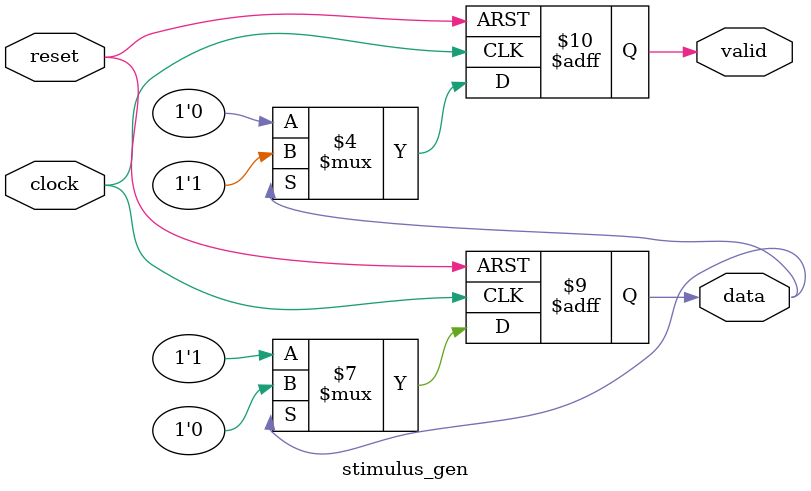
<source format=sv>
module top_module(
	input wire clock,
	input wire reset,
	output wire data_output,
	output wire valid_output
	);
	
	reg [1:0] state;
	reg [3:0] counter;
	
	// Internal signals
	wire data;
	
	// Stimulus Generator Module
	stimulus_gen stimulus_gen_inst(
		.clock(clock),
		.reset(reset),
		.data(data),
		.valid(valid_output)
	);
	
	always @(posedge clock or posedge reset) begin
		if (reset)
			state <= 2'b00; // idle state
		else begin
			case (state)
				2'b00: begin // idle state
					counter <= 4'b0000;
					data_output <= 1'b0;
					
					if (in)
						state <= 2'b01; // wait state
					else
						state <= 2'b00;
				end
				
				2'b01: begin // wait state
					counter <= counter + 1;
					data_output <= 1'b0;
					
					if (counter == 4'b1010) // threshold
						state <= 2'b10; // process state
					else
						state <= 2'b01;
				end
				
				2'b10: begin // process state
					data_output <= data;
					state <= 2'b11; // done state
				end
				
				2'b11: begin // done state
					data_output <= data;
					valid_output <= 1'b1;
					state <= 2'b00; // idle state
				end
			endcase
		end
	end
	
endmodule
module stimulus_gen(
	input wire clock,
	input wire reset,
	output reg data,
	output reg valid
	);
	
	always @(posedge clock or posedge reset) begin
		if (reset) begin
			data <= 1'b0;
			valid <= 1'b0;
		end
		else begin
			if (data == 1'b1) begin
				data <= 1'b0;
				valid <= 1'b1;
			end
			else begin
				data <= 1'b1;
				valid <= 1'b0;
			end
		end
	end
	
endmodule

</source>
